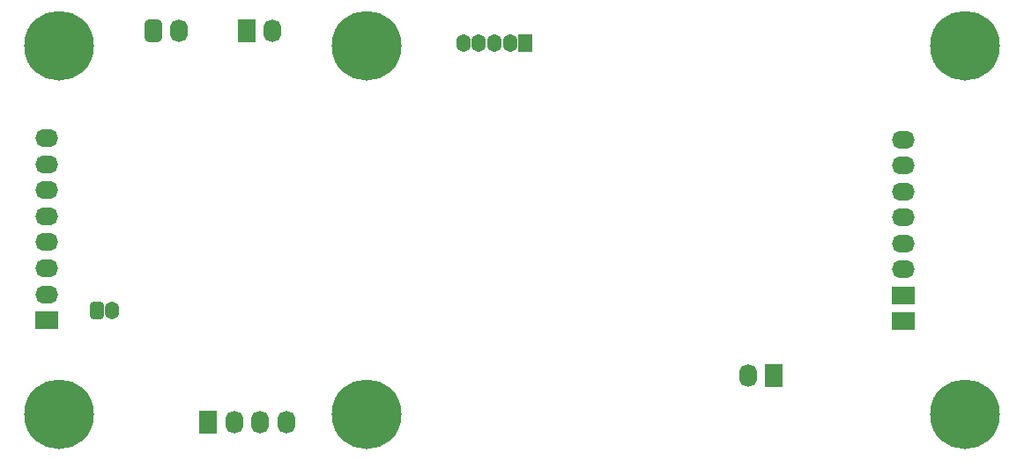
<source format=gbs>
G04*
G04 #@! TF.GenerationSoftware,Altium Limited,Altium Designer,20.0.10 (225)*
G04*
G04 Layer_Color=16711935*
%FSLAX43Y43*%
%MOMM*%
G71*
G01*
G75*
%ADD63C,6.703*%
%ADD64R,1.353X1.703*%
%ADD65O,1.353X1.703*%
%ADD66O,1.703X2.203*%
G04:AMPARAMS|DCode=67|XSize=1.703mm|YSize=2.203mm|CornerRadius=0.477mm|HoleSize=0mm|Usage=FLASHONLY|Rotation=0.000|XOffset=0mm|YOffset=0mm|HoleType=Round|Shape=RoundedRectangle|*
%AMROUNDEDRECTD67*
21,1,1.703,1.250,0,0,0.0*
21,1,0.750,2.203,0,0,0.0*
1,1,0.953,0.375,-0.625*
1,1,0.953,-0.375,-0.625*
1,1,0.953,-0.375,0.625*
1,1,0.953,0.375,0.625*
%
%ADD67ROUNDEDRECTD67*%
%ADD68R,1.703X2.203*%
%ADD69O,2.203X1.703*%
%ADD70R,2.203X1.703*%
G04:AMPARAMS|DCode=71|XSize=1.353mm|YSize=1.703mm|CornerRadius=0.389mm|HoleSize=0mm|Usage=FLASHONLY|Rotation=0.000|XOffset=0mm|YOffset=0mm|HoleType=Round|Shape=RoundedRectangle|*
%AMROUNDEDRECTD71*
21,1,1.353,0.925,0,0,0.0*
21,1,0.575,1.703,0,0,0.0*
1,1,0.778,0.288,-0.463*
1,1,0.778,-0.288,-0.463*
1,1,0.778,-0.288,0.463*
1,1,0.778,0.288,0.463*
%
%ADD71ROUNDEDRECTD71*%
D63*
X72500Y139000D02*
D03*
Y103500D02*
D03*
X102000D02*
D03*
X159500D02*
D03*
Y139000D02*
D03*
X102000D02*
D03*
D64*
X117300Y139200D02*
D03*
D65*
X115800D02*
D03*
X114300D02*
D03*
X112800D02*
D03*
X111300D02*
D03*
X77600Y113500D02*
D03*
D66*
X84000Y140400D02*
D03*
X93000D02*
D03*
X89300Y102700D02*
D03*
X91800D02*
D03*
X94300D02*
D03*
X138650Y107200D02*
D03*
D67*
X81500Y140400D02*
D03*
D68*
X90500D02*
D03*
X86800Y102700D02*
D03*
X141150Y107200D02*
D03*
D69*
X71300Y130050D02*
D03*
Y122550D02*
D03*
Y125050D02*
D03*
Y127550D02*
D03*
Y120050D02*
D03*
Y117550D02*
D03*
Y115050D02*
D03*
X153600Y129950D02*
D03*
Y127450D02*
D03*
Y124950D02*
D03*
Y122450D02*
D03*
Y119950D02*
D03*
Y117450D02*
D03*
D70*
X71300Y112550D02*
D03*
X153600Y112450D02*
D03*
Y114950D02*
D03*
D71*
X76100Y113500D02*
D03*
M02*

</source>
